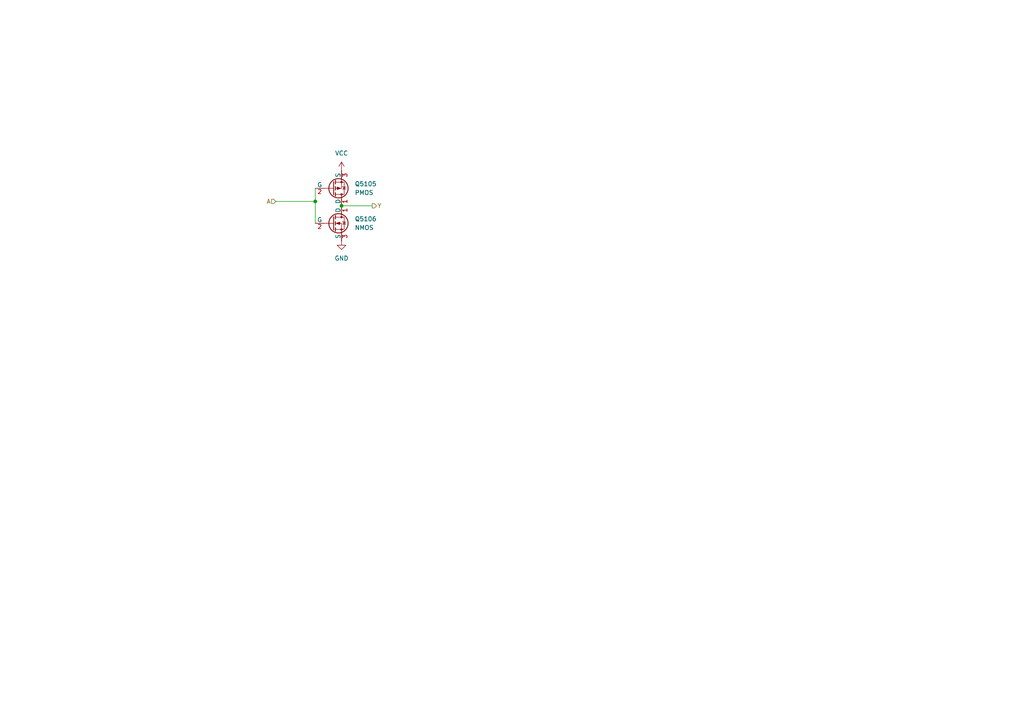
<source format=kicad_sch>
(kicad_sch (version 20250114) (generator "eeschema") (generator_version "9.0")
  (paper "A4")
  (lib_symbols
    (symbol "Simulation_SPICE:NMOS" (pin_names (offset 0))
      (property "Reference" "Q" (at 5.08 1.27 0))
      (property "Value" "NMOS" (at 5.08 -1.27 0))
      (symbol "NMOS_0_1"
        (polyline (pts (xy 0.254 1.905) (xy 0.254 -1.905)) (stroke (width 0.254)))
        (polyline (pts (xy 0.254 0) (xy -2.54 0)))
        (polyline (pts (xy 0.762 2.286) (xy 0.762 1.27)) (stroke (width 0.254)))
        (polyline (pts (xy 0.762 0.508) (xy 0.762 -0.508)) (stroke (width 0.254)))
        (polyline (pts (xy 0.762 -1.27) (xy 0.762 -2.286)) (stroke (width 0.254)))
        (polyline (pts (xy 0.762 -1.778) (xy 3.302 -1.778) (xy 3.302 1.778) (xy 0.762 1.778)))
        (polyline (pts (xy 1.016 0) (xy 2.032 0.381) (xy 2.032 -0.381) (xy 1.016 0)) (fill (type outline)))
        (circle (center 1.651 0) (radius 2.794) (stroke (width 0.254)))
        (polyline (pts (xy 2.54 2.54) (xy 2.54 1.778)))
        (circle (center 2.54 1.778) (radius 0.254) (fill (type outline)))
        (circle (center 2.54 -1.778) (radius 0.254) (fill (type outline)))
        (polyline (pts (xy 2.54 -2.54) (xy 2.54 0) (xy 0.762 0)))
        (polyline (pts (xy 2.794 0.508) (xy 2.921 0.381) (xy 3.683 0.381) (xy 3.81 0.254)))
        (polyline (pts (xy 3.302 0.381) (xy 2.921 -0.254) (xy 3.683 -0.254) (xy 3.302 0.381)))
      )
      (symbol "NMOS_1_1"
        (pin input line (at -5.08 0 0) (length 2.54) (name "G") (number "2"))
        (pin passive line (at 2.54 5.08 270) (length 2.54) (name "D") (number "1"))
        (pin passive line (at 2.54 -5.08 90) (length 2.54) (name "S") (number "3"))
      )
    )
    (symbol "Simulation_SPICE:PMOS" (pin_names (offset 0))
      (property "Reference" "Q" (at 5.08 1.27 0))
      (property "Value" "PMOS" (at 5.08 -1.27 0))
      (symbol "PMOS_0_1"
        (polyline (pts (xy 0.254 1.905) (xy 0.254 -1.905)) (stroke (width 0.254)))
        (polyline (pts (xy 0.254 0) (xy -2.54 0)))
        (polyline (pts (xy 0.762 2.286) (xy 0.762 1.27)) (stroke (width 0.254)))
        (polyline (pts (xy 0.762 1.778) (xy 3.302 1.778) (xy 3.302 -1.778) (xy 0.762 -1.778)))
        (polyline (pts (xy 0.762 0.508) (xy 0.762 -0.508)) (stroke (width 0.254)))
        (polyline (pts (xy 0.762 -1.27) (xy 0.762 -2.286)) (stroke (width 0.254)))
        (circle (center 1.651 0) (radius 2.794) (stroke (width 0.254)))
        (polyline (pts (xy 2.286 0) (xy 1.27 0.381) (xy 1.27 -0.381) (xy 2.286 0)) (fill (type outline)))
        (polyline (pts (xy 2.54 2.54) (xy 2.54 1.778)))
        (circle (center 2.54 1.778) (radius 0.254) (fill (type outline)))
        (circle (center 2.54 -1.778) (radius 0.254) (fill (type outline)))
        (polyline (pts (xy 2.54 -2.54) (xy 2.54 0) (xy 0.762 0)))
        (polyline (pts (xy 2.794 -0.508) (xy 2.921 -0.381) (xy 3.683 -0.381) (xy 3.81 -0.254)))
        (polyline (pts (xy 3.302 -0.381) (xy 2.921 0.254) (xy 3.683 0.254) (xy 3.302 -0.381)))
      )
      (symbol "PMOS_1_1"
        (pin input line (at -5.08 0 0) (length 2.54) (name "G") (number "2"))
        (pin passive line (at 2.54 5.08 270) (length 2.54) (name "D") (number "1"))
        (pin passive line (at 2.54 -5.08 90) (length 2.54) (name "S") (number "3"))
      )
    )
    (symbol "power:GND" (power) (pin_numbers (hide yes)) (pin_names (offset 0) (hide yes))
      (property "Value" "GND" (at 0 -3.81 0))
      (symbol "GND_0_1"
        (polyline (pts (xy 0 0) (xy 0 -1.27) (xy 1.27 -1.27) (xy 0 -2.54) (xy -1.27 -1.27) (xy 0 -1.27)))
      )
      (symbol "GND_1_1"
        (pin power_in line (at 0 0 270) (length 0) (name "~") (number "1"))
      )
    )
    (symbol "power:VCC" (power) (pin_numbers (hide yes)) (pin_names (offset 0) (hide yes))
      (property "Value" "VCC" (at 0 3.556 0))
      (symbol "VCC_0_1"
        (polyline (pts (xy -0.762 1.27) (xy 0 2.54)))
        (polyline (pts (xy 0 2.54) (xy 0.762 1.27)))
        (polyline (pts (xy 0 0) (xy 0 2.54)))
      )
      (symbol "VCC_1_1"
        (pin power_in line (at 0 0 90) (length 0) (name "~") (number "1"))
      )
    )
  )
  (junction (at 91.44 58.42))
  (junction (at 99.06 59.69))
  (wire (pts (xy 91.44 58.42) (xy 91.44 64.77)))
  (wire (pts (xy 99.06 59.69) (xy 107.95 59.69)))
  (wire (pts (xy 91.44 54.61) (xy 91.44 58.42)))
  (wire (pts (xy 80.01 58.42) (xy 91.44 58.42)))
  (hierarchical_label "A" (shape input) (at 80.01 58.42 180))
  (hierarchical_label "Y" (shape output) (at 107.95 59.69 0))
  (symbol (lib_id "Simulation_SPICE:NMOS") (at 96.52 64.77 0) (unit 1)
    (property "Reference" "Q5106" (at 102.87 63.4999 0) (effects (justify left)))
    (property "Value" "NMOS" (at 102.87 66.0399 0) (effects (justify left)))
    (property "Footprint" "Package_TO_SOT_SMD:TSOT-23" (effects (hide yes)))
    (property "Datasheet" "https://ngspice.sourceforge.io/docs/ngspice-html-manual/manual.xhtml#cha_MOSFETs" (effects (hide yes)))
    (property "Description" "N-MOSFET transistor, drain/source/gate" (effects (hide yes)))
    (property "Sim.Device" "NMOS" (effects (hide yes)))
    (property "Sim.Type" "MOS1" (effects (hide yes)))
    (property "Sim.Pins" "1=D 2=G 3=S" (effects (hide yes)))
    (instances (project "add_sub" (path "" (reference "Q5106") (unit 1)) (path "" (reference "Q4906") (unit 1))) (project "led_panel_1" (path "" (reference "Q1602") (unit 1)) (path "" (reference "Q2002") (unit 1)) (path "" (reference "Q1402") (unit 1)) (path "" (reference "Q2202") (unit 1)) (path "" (reference "Q1902") (unit 1)) (path "" (reference "Q1702") (unit 1)) (path "" (reference "Q1302") (unit 1)) (path "" (reference "Q1202") (unit 1)) (path "" (reference "Q2402") (unit 1)) (path "" (reference "Q1102") (unit 1)) (path "" (reference "Q1502") (unit 1)) (path "" (reference "Q2102") (unit 1)) (path "" (reference "Q2302") (unit 1)) (path "" (reference "Q1802") (unit 1))) (project "main_logic" (path "" (reference "Q3106") (unit 1)) (path "" (reference "Q3906") (unit 1)) (path "" (reference "Q2102") (unit 1)) (path "" (reference "Q2002") (unit 1)) (path "" (reference "Q1902") (unit 1)) (path "" (reference "Q2203") (unit 1)) (path "" (reference "Q2204") (unit 1)) (path "" (reference "Q2502") (unit 1)) (path "" (reference "Q2302") (unit 1)) (path "" (reference "Q2402") (unit 1))) (project "led_panel_2" (path "" (reference "Q2102") (unit 1)) (path "" (reference "Q1202") (unit 1)) (path "" (reference "Q1802") (unit 1)) (path "" (reference "Q302") (unit 1)) (path "" (reference "Q1902") (unit 1)) (path "" (reference "Q1002") (unit 1)) (path "" (reference "Q1602") (unit 1)) (path "" (reference "Q802") (unit 1)) (path "" (reference "Q1402") (unit 1)) (path "" (reference "Q902") (unit 1)) (path "" (reference "Q1302") (unit 1)) (path "" (reference "Q602") (unit 1)) (path "" (reference "Q702") (unit 1))) (project "add_sub" (path "" (reference "Q5106") (unit 1)) (path "" (reference "Q5106") (unit 1)) (path "" (reference "Q5106") (unit 1)) (path "" (reference "Q5106") (unit 1)) (path "" (reference "Q5106") (unit 1)) (path "" (reference "Q5106") (unit 1)) (path "" (reference "Q5106") (unit 1)) (path "" (reference "Q5106") (unit 1)) (path "" (reference "Q5106") (unit 1)) (path "" (reference "Q5106") (unit 1))) (project "main_control" (path "" (reference "Q802") (unit 1))))
  )
  (symbol (lib_id "power:GND") (at 99.06 69.85 0) (unit 1)
    (property "Reference" "#PWR05105" (effects (hide yes)))
    (property "Value" "GND" (at 99.06 74.93 0))
    (property "Description" "Power symbol creates a global label with name \"GND\" , ground" (effects (hide yes)))
    (instances (project "add_sub" (path "" (reference "#PWR05105") (unit 1)) (path "" (reference "#PWR04905") (unit 1))) (project "led_panel_1" (path "" (reference "#PWR01602") (unit 1)) (path "" (reference "#PWR02002") (unit 1)) (path "" (reference "#PWR01402") (unit 1)) (path "" (reference "#PWR02202") (unit 1)) (path "" (reference "#PWR01902") (unit 1)) (path "" (reference "#PWR01702") (unit 1)) (path "" (reference "#PWR01302") (unit 1)) (path "" (reference "#PWR01202") (unit 1)) (path "" (reference "#PWR02402") (unit 1)) (path "" (reference "#PWR01102") (unit 1)) (path "" (reference "#PWR01502") (unit 1)) (path "" (reference "#PWR02102") (unit 1)) (path "" (reference "#PWR02302") (unit 1)) (path "" (reference "#PWR01802") (unit 1))) (project "main_logic" (path "" (reference "#PWR03104") (unit 1)) (path "" (reference "#PWR03905") (unit 1)) (path "" (reference "#PWR02108") (unit 1)) (path "" (reference "#PWR02002") (unit 1)) (path "" (reference "#PWR01916") (unit 1)) (path "" (reference "#PWR02203") (unit 1)) (path "" (reference "#PWR02204") (unit 1)) (path "" (reference "#PWR02508") (unit 1)) (path "" (reference "#PWR02302") (unit 1)) (path "" (reference "#PWR02402") (unit 1))) (project "led_panel_2" (path "" (reference "#PWR02102") (unit 1)) (path "" (reference "#PWR01202") (unit 1)) (path "" (reference "#PWR01802") (unit 1)) (path "" (reference "#PWR0302") (unit 1)) (path "" (reference "#PWR01902") (unit 1)) (path "" (reference "#PWR01002") (unit 1)) (path "" (reference "#PWR01602") (unit 1)) (path "" (reference "#PWR0802") (unit 1)) (path "" (reference "#PWR01402") (unit 1)) (path "" (reference "#PWR0902") (unit 1)) (path "" (reference "#PWR01302") (unit 1)) (path "" (reference "#PWR0602") (unit 1)) (path "" (reference "#PWR0702") (unit 1))) (project "add_sub" (path "" (reference "#PWR05105") (unit 1)) (path "" (reference "#PWR05105") (unit 1)) (path "" (reference "#PWR05105") (unit 1)) (path "" (reference "#PWR05105") (unit 1)) (path "" (reference "#PWR05105") (unit 1)) (path "" (reference "#PWR05105") (unit 1)) (path "" (reference "#PWR05105") (unit 1)) (path "" (reference "#PWR05105") (unit 1)) (path "" (reference "#PWR05105") (unit 1)) (path "" (reference "#PWR05105") (unit 1))) (project "main_control" (path "" (reference "#PWR0802") (unit 1))))
  )
  (symbol (lib_id "Simulation_SPICE:PMOS") (at 96.52 54.61 0) (mirror x) (unit 1)
    (property "Reference" "Q5105" (at 102.87 53.3399 0) (effects (justify left)))
    (property "Value" "PMOS" (at 102.87 55.8799 0) (effects (justify left)))
    (property "Footprint" "Package_TO_SOT_SMD:TSOT-23" (effects (hide yes)))
    (property "Datasheet" "https://ngspice.sourceforge.io/docs/ngspice-html-manual/manual.xhtml#cha_MOSFETs" (effects (hide yes)))
    (property "Description" "P-MOSFET transistor, drain/source/gate" (effects (hide yes)))
    (property "Sim.Device" "PMOS" (effects (hide yes)))
    (property "Sim.Type" "MOS1" (effects (hide yes)))
    (property "Sim.Pins" "1=D 2=G 3=S" (effects (hide yes)))
    (instances (project "add_sub" (path "" (reference "Q5105") (unit 1)) (path "" (reference "Q4905") (unit 1))) (project "led_panel_1" (path "" (reference "Q1601") (unit 1)) (path "" (reference "Q2001") (unit 1)) (path "" (reference "Q1401") (unit 1)) (path "" (reference "Q2201") (unit 1)) (path "" (reference "Q1901") (unit 1)) (path "" (reference "Q1701") (unit 1)) (path "" (reference "Q1301") (unit 1)) (path "" (reference "Q1201") (unit 1)) (path "" (reference "Q2401") (unit 1)) (path "" (reference "Q1101") (unit 1)) (path "" (reference "Q1501") (unit 1)) (path "" (reference "Q2101") (unit 1)) (path "" (reference "Q2301") (unit 1)) (path "" (reference "Q1801") (unit 1))) (project "main_logic" (path "" (reference "Q3105") (unit 1)) (path "" (reference "Q3905") (unit 1)) (path "" (reference "Q2101") (unit 1)) (path "" (reference "Q2001") (unit 1)) (path "" (reference "Q1901") (unit 1)) (path "" (reference "Q2202") (unit 1)) (path "" (reference "Q2201") (unit 1)) (path "" (reference "Q2501") (unit 1)) (path "" (reference "Q2301") (unit 1)) (path "" (reference "Q2401") (unit 1))) (project "led_panel_2" (path "" (reference "Q2101") (unit 1)) (path "" (reference "Q1201") (unit 1)) (path "" (reference "Q1801") (unit 1)) (path "" (reference "Q301") (unit 1)) (path "" (reference "Q1901") (unit 1)) (path "" (reference "Q1001") (unit 1)) (path "" (reference "Q1601") (unit 1)) (path "" (reference "Q801") (unit 1)) (path "" (reference "Q1401") (unit 1)) (path "" (reference "Q901") (unit 1)) (path "" (reference "Q1301") (unit 1)) (path "" (reference "Q601") (unit 1)) (path "" (reference "Q701") (unit 1))) (project "add_sub" (path "" (reference "Q5105") (unit 1)) (path "" (reference "Q5105") (unit 1)) (path "" (reference "Q5105") (unit 1)) (path "" (reference "Q5105") (unit 1)) (path "" (reference "Q5105") (unit 1)) (path "" (reference "Q5105") (unit 1)) (path "" (reference "Q5105") (unit 1)) (path "" (reference "Q5105") (unit 1)) (path "" (reference "Q5105") (unit 1)) (path "" (reference "Q5105") (unit 1))) (project "main_control" (path "" (reference "Q801") (unit 1))))
  )
  (symbol (lib_id "power:VCC") (at 99.06 49.53 0) (unit 1)
    (property "Reference" "#PWR05104" (effects (hide yes)))
    (property "Value" "VCC" (at 99.06 44.45 0))
    (property "Description" "Power symbol creates a global label with name \"VCC\"" (effects (hide yes)))
    (instances (project "add_sub" (path "" (reference "#PWR05104") (unit 1)) (path "" (reference "#PWR04904") (unit 1))) (project "led_panel_1" (path "" (reference "#PWR01601") (unit 1)) (path "" (reference "#PWR02001") (unit 1)) (path "" (reference "#PWR01401") (unit 1)) (path "" (reference "#PWR02201") (unit 1)) (path "" (reference "#PWR01901") (unit 1)) (path "" (reference "#PWR01701") (unit 1)) (path "" (reference "#PWR01301") (unit 1)) (path "" (reference "#PWR01201") (unit 1)) (path "" (reference "#PWR02401") (unit 1)) (path "" (reference "#PWR01101") (unit 1)) (path "" (reference "#PWR01501") (unit 1)) (path "" (reference "#PWR02101") (unit 1)) (path "" (reference "#PWR02301") (unit 1)) (path "" (reference "#PWR01801") (unit 1))) (project "main_logic" (path "" (reference "#PWR03103") (unit 1)) (path "" (reference "#PWR03904") (unit 1)) (path "" (reference "#PWR02107") (unit 1)) (path "" (reference "#PWR02001") (unit 1)) (path "" (reference "#PWR01915") (unit 1)) (path "" (reference "#PWR02202") (unit 1)) (path "" (reference "#PWR02201") (unit 1)) (path "" (reference "#PWR02507") (unit 1)) (path "" (reference "#PWR02301") (unit 1)) (path "" (reference "#PWR02401") (unit 1))) (project "led_panel_2" (path "" (reference "#PWR02101") (unit 1)) (path "" (reference "#PWR01201") (unit 1)) (path "" (reference "#PWR01801") (unit 1)) (path "" (reference "#PWR0301") (unit 1)) (path "" (reference "#PWR01901") (unit 1)) (path "" (reference "#PWR01001") (unit 1)) (path "" (reference "#PWR01601") (unit 1)) (path "" (reference "#PWR0801") (unit 1)) (path "" (reference "#PWR01401") (unit 1)) (path "" (reference "#PWR0901") (unit 1)) (path "" (reference "#PWR01301") (unit 1)) (path "" (reference "#PWR0601") (unit 1)) (path "" (reference "#PWR0701") (unit 1))) (project "add_sub" (path "" (reference "#PWR05104") (unit 1)) (path "" (reference "#PWR05104") (unit 1)) (path "" (reference "#PWR05104") (unit 1)) (path "" (reference "#PWR05104") (unit 1)) (path "" (reference "#PWR05104") (unit 1)) (path "" (reference "#PWR05104") (unit 1)) (path "" (reference "#PWR05104") (unit 1)) (path "" (reference "#PWR05104") (unit 1)) (path "" (reference "#PWR05104") (unit 1)) (path "" (reference "#PWR05104") (unit 1))) (project "main_control" (path "" (reference "#PWR0801") (unit 1))))
  )
)
</source>
